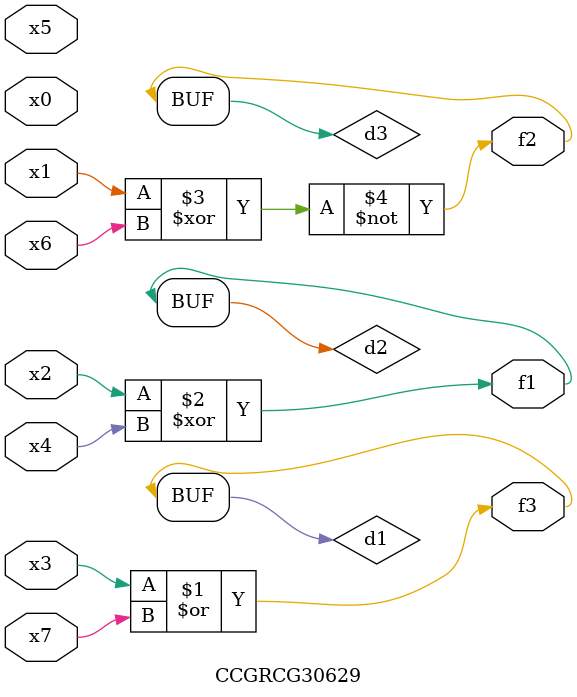
<source format=v>
module CCGRCG30629(
	input x0, x1, x2, x3, x4, x5, x6, x7,
	output f1, f2, f3
);

	wire d1, d2, d3;

	or (d1, x3, x7);
	xor (d2, x2, x4);
	xnor (d3, x1, x6);
	assign f1 = d2;
	assign f2 = d3;
	assign f3 = d1;
endmodule

</source>
